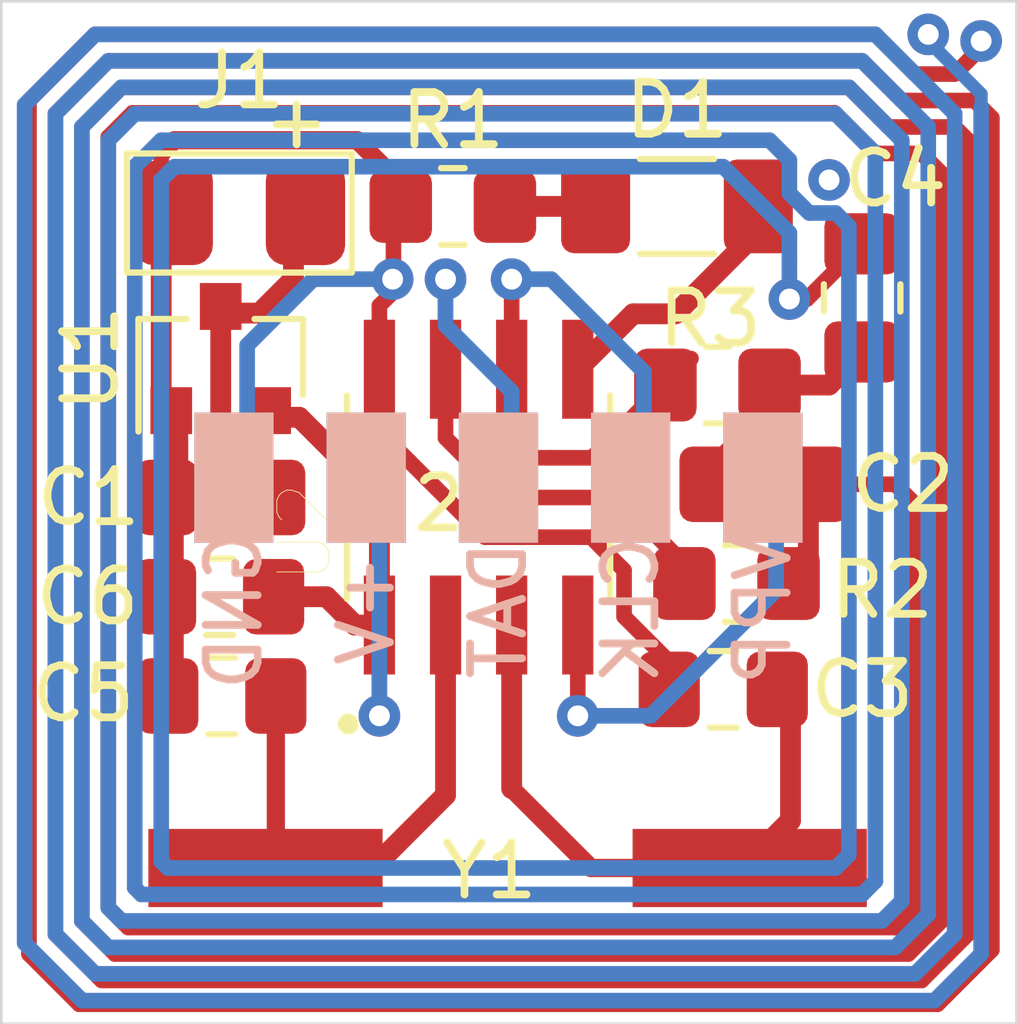
<source format=kicad_pcb>
(kicad_pcb (version 20171130) (host pcbnew "(5.1.7)-1")

  (general
    (thickness 1.6)
    (drawings 12)
    (tracks 288)
    (zones 0)
    (modules 15)
    (nets 13)
  )

  (page A4)
  (layers
    (0 F.Cu signal)
    (1 In1.Cu signal)
    (2 In2.Cu signal)
    (31 B.Cu signal)
    (32 B.Adhes user)
    (33 F.Adhes user)
    (34 B.Paste user)
    (35 F.Paste user)
    (36 B.SilkS user)
    (37 F.SilkS user)
    (38 B.Mask user)
    (39 F.Mask user hide)
    (40 Dwgs.User user hide)
    (41 Cmts.User user hide)
    (42 Eco1.User user hide)
    (43 Eco2.User user hide)
    (44 Edge.Cuts user)
    (45 Margin user hide)
    (46 B.CrtYd user)
    (47 F.CrtYd user)
    (48 B.Fab user)
    (49 F.Fab user hide)
  )

  (setup
    (last_trace_width 0.25)
    (user_trace_width 0.3)
    (user_trace_width 0.35)
    (user_trace_width 0.4)
    (user_trace_width 0.5)
    (user_trace_width 0.6)
    (user_trace_width 0.7)
    (trace_clearance 0.2)
    (zone_clearance 0.508)
    (zone_45_only no)
    (trace_min 0.127)
    (via_size 0.8)
    (via_drill 0.4)
    (via_min_size 0.4)
    (via_min_drill 0.3)
    (user_via 1.5 0.6)
    (uvia_size 0.3)
    (uvia_drill 0.1)
    (uvias_allowed no)
    (uvia_min_size 0.2)
    (uvia_min_drill 0.1)
    (edge_width 0.05)
    (segment_width 0.2)
    (pcb_text_width 0.3)
    (pcb_text_size 1.5 1.5)
    (mod_edge_width 0.12)
    (mod_text_size 1 1)
    (mod_text_width 0.15)
    (pad_size 4.5 1.5)
    (pad_drill 0)
    (pad_to_mask_clearance 0)
    (aux_axis_origin 0 0)
    (visible_elements 7FFFFFFF)
    (pcbplotparams
      (layerselection 0x010fc_ffffffff)
      (usegerberextensions false)
      (usegerberattributes true)
      (usegerberadvancedattributes true)
      (creategerberjobfile true)
      (excludeedgelayer true)
      (linewidth 0.100000)
      (plotframeref false)
      (viasonmask false)
      (mode 1)
      (useauxorigin false)
      (hpglpennumber 1)
      (hpglpenspeed 20)
      (hpglpendiameter 15.000000)
      (psnegative false)
      (psa4output false)
      (plotreference true)
      (plotvalue true)
      (plotinvisibletext false)
      (padsonsilk false)
      (subtractmaskfromsilk false)
      (outputformat 1)
      (mirror false)
      (drillshape 1)
      (scaleselection 1)
      (outputdirectory ""))
  )

  (net 0 "")
  (net 1 +9V)
  (net 2 GND)
  (net 3 "Net-(C2-Pad2)")
  (net 4 "Net-(C3-Pad1)")
  (net 5 "Net-(C5-Pad1)")
  (net 6 +5V)
  (net 7 "Net-(D1-Pad1)")
  (net 8 "Net-(D1-Pad2)")
  (net 9 /loop)
  (net 10 /ICSPDAT)
  (net 11 /ICSPCLK)
  (net 12 /VPP)

  (net_class Default "This is the default net class."
    (clearance 0.2)
    (trace_width 0.25)
    (via_dia 0.8)
    (via_drill 0.4)
    (uvia_dia 0.3)
    (uvia_drill 0.1)
    (add_net +5V)
    (add_net +9V)
    (add_net /ICSPCLK)
    (add_net /ICSPDAT)
    (add_net /VPP)
    (add_net /loop)
    (add_net GND)
    (add_net "Net-(C2-Pad2)")
    (add_net "Net-(C3-Pad1)")
    (add_net "Net-(C5-Pad1)")
    (add_net "Net-(D1-Pad1)")
    (add_net "Net-(D1-Pad2)")
  )

  (module Capacitor_SMD:C_0805_2012Metric_Pad1.18x1.45mm_HandSolder (layer F.Cu) (tedit 5F68FEEF) (tstamp 601F7F21)
    (at 120.142 114.935 180)
    (descr "Capacitor SMD 0805 (2012 Metric), square (rectangular) end terminal, IPC_7351 nominal with elongated pad for handsoldering. (Body size source: IPC-SM-782 page 76, https://www.pcb-3d.com/wordpress/wp-content/uploads/ipc-sm-782a_amendment_1_and_2.pdf, https://docs.google.com/spreadsheets/d/1BsfQQcO9C6DZCsRaXUlFlo91Tg2WpOkGARC1WS5S8t0/edit?usp=sharing), generated with kicad-footprint-generator")
    (tags "capacitor handsolder")
    (path /5FAC59DC)
    (attr smd)
    (fp_text reference C1 (at 2.54 0) (layer F.SilkS)
      (effects (font (size 1 1) (thickness 0.15)))
    )
    (fp_text value 10u (at 0 1.68) (layer F.Fab)
      (effects (font (size 1 1) (thickness 0.15)))
    )
    (fp_line (start -1 0.625) (end -1 -0.625) (layer F.Fab) (width 0.1))
    (fp_line (start -1 -0.625) (end 1 -0.625) (layer F.Fab) (width 0.1))
    (fp_line (start 1 -0.625) (end 1 0.625) (layer F.Fab) (width 0.1))
    (fp_line (start 1 0.625) (end -1 0.625) (layer F.Fab) (width 0.1))
    (fp_line (start -0.261252 -0.735) (end 0.261252 -0.735) (layer F.SilkS) (width 0.12))
    (fp_line (start -0.261252 0.735) (end 0.261252 0.735) (layer F.SilkS) (width 0.12))
    (fp_line (start -1.88 0.98) (end -1.88 -0.98) (layer F.CrtYd) (width 0.05))
    (fp_line (start -1.88 -0.98) (end 1.88 -0.98) (layer F.CrtYd) (width 0.05))
    (fp_line (start 1.88 -0.98) (end 1.88 0.98) (layer F.CrtYd) (width 0.05))
    (fp_line (start 1.88 0.98) (end -1.88 0.98) (layer F.CrtYd) (width 0.05))
    (fp_text user %R (at 0 0) (layer F.Fab)
      (effects (font (size 0.5 0.5) (thickness 0.08)))
    )
    (pad 2 smd roundrect (at 1.0375 0 180) (size 1.175 1.45) (layers F.Cu F.Paste F.Mask) (roundrect_rratio 0.212766)
      (net 2 GND))
    (pad 1 smd roundrect (at -1.0375 0 180) (size 1.175 1.45) (layers F.Cu F.Paste F.Mask) (roundrect_rratio 0.212766)
      (net 1 +9V))
    (model ${KISYS3DMOD}/Capacitor_SMD.3dshapes/C_0805_2012Metric.wrl
      (at (xyz 0 0 0))
      (scale (xyz 1 1 1))
      (rotate (xyz 0 0 0))
    )
  )

  (module Capacitor_SMD:C_0805_2012Metric_Pad1.18x1.45mm_HandSolder (layer F.Cu) (tedit 5F68FEEF) (tstamp 601F7EF1)
    (at 130.5775 114.681)
    (descr "Capacitor SMD 0805 (2012 Metric), square (rectangular) end terminal, IPC_7351 nominal with elongated pad for handsoldering. (Body size source: IPC-SM-782 page 76, https://www.pcb-3d.com/wordpress/wp-content/uploads/ipc-sm-782a_amendment_1_and_2.pdf, https://docs.google.com/spreadsheets/d/1BsfQQcO9C6DZCsRaXUlFlo91Tg2WpOkGARC1WS5S8t0/edit?usp=sharing), generated with kicad-footprint-generator")
    (tags "capacitor handsolder")
    (path /5FAD86F9)
    (attr smd)
    (fp_text reference C2 (at 2.667 0) (layer F.SilkS)
      (effects (font (size 1 1) (thickness 0.15)))
    )
    (fp_text value 47p (at 0 1.68) (layer F.Fab)
      (effects (font (size 1 1) (thickness 0.15)))
    )
    (fp_line (start -1 0.625) (end -1 -0.625) (layer F.Fab) (width 0.1))
    (fp_line (start -1 -0.625) (end 1 -0.625) (layer F.Fab) (width 0.1))
    (fp_line (start 1 -0.625) (end 1 0.625) (layer F.Fab) (width 0.1))
    (fp_line (start 1 0.625) (end -1 0.625) (layer F.Fab) (width 0.1))
    (fp_line (start -0.261252 -0.735) (end 0.261252 -0.735) (layer F.SilkS) (width 0.12))
    (fp_line (start -0.261252 0.735) (end 0.261252 0.735) (layer F.SilkS) (width 0.12))
    (fp_line (start -1.88 0.98) (end -1.88 -0.98) (layer F.CrtYd) (width 0.05))
    (fp_line (start -1.88 -0.98) (end 1.88 -0.98) (layer F.CrtYd) (width 0.05))
    (fp_line (start 1.88 -0.98) (end 1.88 0.98) (layer F.CrtYd) (width 0.05))
    (fp_line (start 1.88 0.98) (end -1.88 0.98) (layer F.CrtYd) (width 0.05))
    (fp_text user %R (at 0 0) (layer F.Fab)
      (effects (font (size 0.5 0.5) (thickness 0.08)))
    )
    (pad 2 smd roundrect (at 1.0375 0) (size 1.175 1.45) (layers F.Cu F.Paste F.Mask) (roundrect_rratio 0.212766)
      (net 3 "Net-(C2-Pad2)"))
    (pad 1 smd roundrect (at -1.0375 0) (size 1.175 1.45) (layers F.Cu F.Paste F.Mask) (roundrect_rratio 0.212766)
      (net 9 /loop))
    (model ${KISYS3DMOD}/Capacitor_SMD.3dshapes/C_0805_2012Metric.wrl
      (at (xyz 0 0 0))
      (scale (xyz 1 1 1))
      (rotate (xyz 0 0 0))
    )
  )

  (module Capacitor_SMD:C_0805_2012Metric_Pad1.18x1.45mm_HandSolder (layer F.Cu) (tedit 5F68FEEF) (tstamp 601F7E22)
    (at 129.794 118.618 180)
    (descr "Capacitor SMD 0805 (2012 Metric), square (rectangular) end terminal, IPC_7351 nominal with elongated pad for handsoldering. (Body size source: IPC-SM-782 page 76, https://www.pcb-3d.com/wordpress/wp-content/uploads/ipc-sm-782a_amendment_1_and_2.pdf, https://docs.google.com/spreadsheets/d/1BsfQQcO9C6DZCsRaXUlFlo91Tg2WpOkGARC1WS5S8t0/edit?usp=sharing), generated with kicad-footprint-generator")
    (tags "capacitor handsolder")
    (path /5FAC67CA)
    (attr smd)
    (fp_text reference C3 (at -2.667 0) (layer F.SilkS)
      (effects (font (size 1 1) (thickness 0.15)))
    )
    (fp_text value 20pF (at 0 1.68) (layer F.Fab)
      (effects (font (size 1 1) (thickness 0.15)))
    )
    (fp_line (start -1 0.625) (end -1 -0.625) (layer F.Fab) (width 0.1))
    (fp_line (start -1 -0.625) (end 1 -0.625) (layer F.Fab) (width 0.1))
    (fp_line (start 1 -0.625) (end 1 0.625) (layer F.Fab) (width 0.1))
    (fp_line (start 1 0.625) (end -1 0.625) (layer F.Fab) (width 0.1))
    (fp_line (start -0.261252 -0.735) (end 0.261252 -0.735) (layer F.SilkS) (width 0.12))
    (fp_line (start -0.261252 0.735) (end 0.261252 0.735) (layer F.SilkS) (width 0.12))
    (fp_line (start -1.88 0.98) (end -1.88 -0.98) (layer F.CrtYd) (width 0.05))
    (fp_line (start -1.88 -0.98) (end 1.88 -0.98) (layer F.CrtYd) (width 0.05))
    (fp_line (start 1.88 -0.98) (end 1.88 0.98) (layer F.CrtYd) (width 0.05))
    (fp_line (start 1.88 0.98) (end -1.88 0.98) (layer F.CrtYd) (width 0.05))
    (fp_text user %R (at 0 0) (layer F.Fab)
      (effects (font (size 0.5 0.5) (thickness 0.08)))
    )
    (pad 2 smd roundrect (at 1.0375 0 180) (size 1.175 1.45) (layers F.Cu F.Paste F.Mask) (roundrect_rratio 0.212766)
      (net 2 GND))
    (pad 1 smd roundrect (at -1.0375 0 180) (size 1.175 1.45) (layers F.Cu F.Paste F.Mask) (roundrect_rratio 0.212766)
      (net 4 "Net-(C3-Pad1)"))
    (model ${KISYS3DMOD}/Capacitor_SMD.3dshapes/C_0805_2012Metric.wrl
      (at (xyz 0 0 0))
      (scale (xyz 1 1 1))
      (rotate (xyz 0 0 0))
    )
  )

  (module Capacitor_SMD:C_0805_2012Metric_Pad1.18x1.45mm_HandSolder (layer F.Cu) (tedit 5F68FEEF) (tstamp 601F7DF2)
    (at 132.461 111.1035 90)
    (descr "Capacitor SMD 0805 (2012 Metric), square (rectangular) end terminal, IPC_7351 nominal with elongated pad for handsoldering. (Body size source: IPC-SM-782 page 76, https://www.pcb-3d.com/wordpress/wp-content/uploads/ipc-sm-782a_amendment_1_and_2.pdf, https://docs.google.com/spreadsheets/d/1BsfQQcO9C6DZCsRaXUlFlo91Tg2WpOkGARC1WS5S8t0/edit?usp=sharing), generated with kicad-footprint-generator")
    (tags "capacitor handsolder")
    (path /5FAD72B3)
    (attr smd)
    (fp_text reference C4 (at 2.286 0.635 180) (layer F.SilkS)
      (effects (font (size 1 1) (thickness 0.15)))
    )
    (fp_text value 68p (at 0 1.68 90) (layer F.Fab)
      (effects (font (size 1 1) (thickness 0.15)))
    )
    (fp_line (start -1 0.625) (end -1 -0.625) (layer F.Fab) (width 0.1))
    (fp_line (start -1 -0.625) (end 1 -0.625) (layer F.Fab) (width 0.1))
    (fp_line (start 1 -0.625) (end 1 0.625) (layer F.Fab) (width 0.1))
    (fp_line (start 1 0.625) (end -1 0.625) (layer F.Fab) (width 0.1))
    (fp_line (start -0.261252 -0.735) (end 0.261252 -0.735) (layer F.SilkS) (width 0.12))
    (fp_line (start -0.261252 0.735) (end 0.261252 0.735) (layer F.SilkS) (width 0.12))
    (fp_line (start -1.88 0.98) (end -1.88 -0.98) (layer F.CrtYd) (width 0.05))
    (fp_line (start -1.88 -0.98) (end 1.88 -0.98) (layer F.CrtYd) (width 0.05))
    (fp_line (start 1.88 -0.98) (end 1.88 0.98) (layer F.CrtYd) (width 0.05))
    (fp_line (start 1.88 0.98) (end -1.88 0.98) (layer F.CrtYd) (width 0.05))
    (fp_text user %R (at 0 0 90) (layer F.Fab)
      (effects (font (size 0.5 0.5) (thickness 0.08)))
    )
    (pad 2 smd roundrect (at 1.0375 0 90) (size 1.175 1.45) (layers F.Cu F.Paste F.Mask) (roundrect_rratio 0.212766)
      (net 3 "Net-(C2-Pad2)"))
    (pad 1 smd roundrect (at -1.0375 0 90) (size 1.175 1.45) (layers F.Cu F.Paste F.Mask) (roundrect_rratio 0.212766)
      (net 9 /loop))
    (model ${KISYS3DMOD}/Capacitor_SMD.3dshapes/C_0805_2012Metric.wrl
      (at (xyz 0 0 0))
      (scale (xyz 1 1 1))
      (rotate (xyz 0 0 0))
    )
  )

  (module Capacitor_SMD:C_0805_2012Metric_Pad1.18x1.45mm_HandSolder (layer F.Cu) (tedit 5F68FEEF) (tstamp 601F7DC2)
    (at 120.1635 118.745 180)
    (descr "Capacitor SMD 0805 (2012 Metric), square (rectangular) end terminal, IPC_7351 nominal with elongated pad for handsoldering. (Body size source: IPC-SM-782 page 76, https://www.pcb-3d.com/wordpress/wp-content/uploads/ipc-sm-782a_amendment_1_and_2.pdf, https://docs.google.com/spreadsheets/d/1BsfQQcO9C6DZCsRaXUlFlo91Tg2WpOkGARC1WS5S8t0/edit?usp=sharing), generated with kicad-footprint-generator")
    (tags "capacitor handsolder")
    (path /5FAC7C77)
    (attr smd)
    (fp_text reference C5 (at 2.6635 0.045) (layer F.SilkS)
      (effects (font (size 1 1) (thickness 0.15)))
    )
    (fp_text value 20pF (at 0 1.68) (layer F.Fab)
      (effects (font (size 1 1) (thickness 0.15)))
    )
    (fp_line (start -1 0.625) (end -1 -0.625) (layer F.Fab) (width 0.1))
    (fp_line (start -1 -0.625) (end 1 -0.625) (layer F.Fab) (width 0.1))
    (fp_line (start 1 -0.625) (end 1 0.625) (layer F.Fab) (width 0.1))
    (fp_line (start 1 0.625) (end -1 0.625) (layer F.Fab) (width 0.1))
    (fp_line (start -0.261252 -0.735) (end 0.261252 -0.735) (layer F.SilkS) (width 0.12))
    (fp_line (start -0.261252 0.735) (end 0.261252 0.735) (layer F.SilkS) (width 0.12))
    (fp_line (start -1.88 0.98) (end -1.88 -0.98) (layer F.CrtYd) (width 0.05))
    (fp_line (start -1.88 -0.98) (end 1.88 -0.98) (layer F.CrtYd) (width 0.05))
    (fp_line (start 1.88 -0.98) (end 1.88 0.98) (layer F.CrtYd) (width 0.05))
    (fp_line (start 1.88 0.98) (end -1.88 0.98) (layer F.CrtYd) (width 0.05))
    (fp_text user %R (at 0 0) (layer F.Fab)
      (effects (font (size 0.5 0.5) (thickness 0.08)))
    )
    (pad 2 smd roundrect (at 1.0375 0 180) (size 1.175 1.45) (layers F.Cu F.Paste F.Mask) (roundrect_rratio 0.212766)
      (net 2 GND))
    (pad 1 smd roundrect (at -1.0375 0 180) (size 1.175 1.45) (layers F.Cu F.Paste F.Mask) (roundrect_rratio 0.212766)
      (net 5 "Net-(C5-Pad1)"))
    (model ${KISYS3DMOD}/Capacitor_SMD.3dshapes/C_0805_2012Metric.wrl
      (at (xyz 0 0 0))
      (scale (xyz 1 1 1))
      (rotate (xyz 0 0 0))
    )
  )

  (module Capacitor_SMD:C_0805_2012Metric_Pad1.18x1.45mm_HandSolder (layer F.Cu) (tedit 5F68FEEF) (tstamp 601F7D92)
    (at 120.1205 116.84 180)
    (descr "Capacitor SMD 0805 (2012 Metric), square (rectangular) end terminal, IPC_7351 nominal with elongated pad for handsoldering. (Body size source: IPC-SM-782 page 76, https://www.pcb-3d.com/wordpress/wp-content/uploads/ipc-sm-782a_amendment_1_and_2.pdf, https://docs.google.com/spreadsheets/d/1BsfQQcO9C6DZCsRaXUlFlo91Tg2WpOkGARC1WS5S8t0/edit?usp=sharing), generated with kicad-footprint-generator")
    (tags "capacitor handsolder")
    (path /5FAC61FB)
    (attr smd)
    (fp_text reference C6 (at 2.54 0) (layer F.SilkS)
      (effects (font (size 1 1) (thickness 0.15)))
    )
    (fp_text value 10u (at 0 1.68) (layer F.Fab)
      (effects (font (size 1 1) (thickness 0.15)))
    )
    (fp_line (start -1 0.625) (end -1 -0.625) (layer F.Fab) (width 0.1))
    (fp_line (start -1 -0.625) (end 1 -0.625) (layer F.Fab) (width 0.1))
    (fp_line (start 1 -0.625) (end 1 0.625) (layer F.Fab) (width 0.1))
    (fp_line (start 1 0.625) (end -1 0.625) (layer F.Fab) (width 0.1))
    (fp_line (start -0.261252 -0.735) (end 0.261252 -0.735) (layer F.SilkS) (width 0.12))
    (fp_line (start -0.261252 0.735) (end 0.261252 0.735) (layer F.SilkS) (width 0.12))
    (fp_line (start -1.88 0.98) (end -1.88 -0.98) (layer F.CrtYd) (width 0.05))
    (fp_line (start -1.88 -0.98) (end 1.88 -0.98) (layer F.CrtYd) (width 0.05))
    (fp_line (start 1.88 -0.98) (end 1.88 0.98) (layer F.CrtYd) (width 0.05))
    (fp_line (start 1.88 0.98) (end -1.88 0.98) (layer F.CrtYd) (width 0.05))
    (fp_text user %R (at 0 0) (layer F.Fab)
      (effects (font (size 0.5 0.5) (thickness 0.08)))
    )
    (pad 2 smd roundrect (at 1.0375 0 180) (size 1.175 1.45) (layers F.Cu F.Paste F.Mask) (roundrect_rratio 0.212766)
      (net 2 GND))
    (pad 1 smd roundrect (at -1.0375 0 180) (size 1.175 1.45) (layers F.Cu F.Paste F.Mask) (roundrect_rratio 0.212766)
      (net 6 +5V))
    (model ${KISYS3DMOD}/Capacitor_SMD.3dshapes/C_0805_2012Metric.wrl
      (at (xyz 0 0 0))
      (scale (xyz 1 1 1))
      (rotate (xyz 0 0 0))
    )
  )

  (module Capacitor_SMD:C_1206_3216Metric_Pad1.33x1.80mm_HandSolder (layer F.Cu) (tedit 5F68FEEF) (tstamp 601F7EC1)
    (at 128.905 109.347)
    (descr "Capacitor SMD 1206 (3216 Metric), square (rectangular) end terminal, IPC_7351 nominal with elongated pad for handsoldering. (Body size source: IPC-SM-782 page 76, https://www.pcb-3d.com/wordpress/wp-content/uploads/ipc-sm-782a_amendment_1_and_2.pdf), generated with kicad-footprint-generator")
    (tags "capacitor handsolder")
    (path /5FAD4662)
    (attr smd)
    (fp_text reference D1 (at 0 -1.85) (layer F.SilkS)
      (effects (font (size 1 1) (thickness 0.15)))
    )
    (fp_text value LED (at 0 1.85) (layer F.Fab)
      (effects (font (size 1 1) (thickness 0.15)))
    )
    (fp_line (start -1.6 0.8) (end -1.6 -0.8) (layer F.Fab) (width 0.1))
    (fp_line (start -1.6 -0.8) (end 1.6 -0.8) (layer F.Fab) (width 0.1))
    (fp_line (start 1.6 -0.8) (end 1.6 0.8) (layer F.Fab) (width 0.1))
    (fp_line (start 1.6 0.8) (end -1.6 0.8) (layer F.Fab) (width 0.1))
    (fp_line (start -0.711252 -0.91) (end 0.711252 -0.91) (layer F.SilkS) (width 0.12))
    (fp_line (start -0.711252 0.91) (end 0.711252 0.91) (layer F.SilkS) (width 0.12))
    (fp_line (start -2.48 1.15) (end -2.48 -1.15) (layer F.CrtYd) (width 0.05))
    (fp_line (start -2.48 -1.15) (end 2.48 -1.15) (layer F.CrtYd) (width 0.05))
    (fp_line (start 2.48 -1.15) (end 2.48 1.15) (layer F.CrtYd) (width 0.05))
    (fp_line (start 2.48 1.15) (end -2.48 1.15) (layer F.CrtYd) (width 0.05))
    (fp_text user %R (at 0 0) (layer F.Fab)
      (effects (font (size 0.8 0.8) (thickness 0.12)))
    )
    (pad 2 smd roundrect (at 1.5625 0) (size 1.325 1.8) (layers F.Cu F.Paste F.Mask) (roundrect_rratio 0.188679)
      (net 8 "Net-(D1-Pad2)"))
    (pad 1 smd roundrect (at -1.5625 0) (size 1.325 1.8) (layers F.Cu F.Paste F.Mask) (roundrect_rratio 0.188679)
      (net 7 "Net-(D1-Pad1)"))
    (model ${KISYS3DMOD}/Capacitor_SMD.3dshapes/C_1206_3216Metric.wrl
      (at (xyz 0 0 0))
      (scale (xyz 1 1 1))
      (rotate (xyz 0 0 0))
    )
  )

  (module Resistor_SMD:R_0805_2012Metric_Pad1.20x1.40mm_HandSolder (layer F.Cu) (tedit 5F68FEEE) (tstamp 601F7E82)
    (at 124.6 109.347)
    (descr "Resistor SMD 0805 (2012 Metric), square (rectangular) end terminal, IPC_7351 nominal with elongated pad for handsoldering. (Body size source: IPC-SM-782 page 72, https://www.pcb-3d.com/wordpress/wp-content/uploads/ipc-sm-782a_amendment_1_and_2.pdf), generated with kicad-footprint-generator")
    (tags "resistor handsolder")
    (path /5FAD099A)
    (attr smd)
    (fp_text reference R1 (at 0 -1.65) (layer F.SilkS)
      (effects (font (size 1 1) (thickness 0.15)))
    )
    (fp_text value 1K5 (at 0 1.65) (layer F.Fab)
      (effects (font (size 1 1) (thickness 0.15)))
    )
    (fp_line (start -1 0.625) (end -1 -0.625) (layer F.Fab) (width 0.1))
    (fp_line (start -1 -0.625) (end 1 -0.625) (layer F.Fab) (width 0.1))
    (fp_line (start 1 -0.625) (end 1 0.625) (layer F.Fab) (width 0.1))
    (fp_line (start 1 0.625) (end -1 0.625) (layer F.Fab) (width 0.1))
    (fp_line (start -0.227064 -0.735) (end 0.227064 -0.735) (layer F.SilkS) (width 0.12))
    (fp_line (start -0.227064 0.735) (end 0.227064 0.735) (layer F.SilkS) (width 0.12))
    (fp_line (start -1.85 0.95) (end -1.85 -0.95) (layer F.CrtYd) (width 0.05))
    (fp_line (start -1.85 -0.95) (end 1.85 -0.95) (layer F.CrtYd) (width 0.05))
    (fp_line (start 1.85 -0.95) (end 1.85 0.95) (layer F.CrtYd) (width 0.05))
    (fp_line (start 1.85 0.95) (end -1.85 0.95) (layer F.CrtYd) (width 0.05))
    (fp_text user %R (at 0 0) (layer F.Fab)
      (effects (font (size 0.5 0.5) (thickness 0.08)))
    )
    (pad 2 smd roundrect (at 1 0) (size 1.2 1.4) (layers F.Cu F.Paste F.Mask) (roundrect_rratio 0.208333)
      (net 7 "Net-(D1-Pad1)"))
    (pad 1 smd roundrect (at -1 0) (size 1.2 1.4) (layers F.Cu F.Paste F.Mask) (roundrect_rratio 0.208333)
      (net 2 GND))
    (model ${KISYS3DMOD}/Resistor_SMD.3dshapes/R_0805_2012Metric.wrl
      (at (xyz 0 0 0))
      (scale (xyz 1 1 1))
      (rotate (xyz 0 0 0))
    )
  )

  (module Resistor_SMD:R_0805_2012Metric_Pad1.20x1.40mm_HandSolder (layer F.Cu) (tedit 5F68FEEE) (tstamp 608838E5)
    (at 130.048 116.586 180)
    (descr "Resistor SMD 0805 (2012 Metric), square (rectangular) end terminal, IPC_7351 nominal with elongated pad for handsoldering. (Body size source: IPC-SM-782 page 72, https://www.pcb-3d.com/wordpress/wp-content/uploads/ipc-sm-782a_amendment_1_and_2.pdf), generated with kicad-footprint-generator")
    (tags "resistor handsolder")
    (path /5FACFF95)
    (attr smd)
    (fp_text reference R2 (at -2.794 -0.127) (layer F.SilkS)
      (effects (font (size 1 1) (thickness 0.15)))
    )
    (fp_text value 100R (at 0 1.65) (layer F.Fab)
      (effects (font (size 1 1) (thickness 0.15)))
    )
    (fp_line (start -1 0.625) (end -1 -0.625) (layer F.Fab) (width 0.1))
    (fp_line (start -1 -0.625) (end 1 -0.625) (layer F.Fab) (width 0.1))
    (fp_line (start 1 -0.625) (end 1 0.625) (layer F.Fab) (width 0.1))
    (fp_line (start 1 0.625) (end -1 0.625) (layer F.Fab) (width 0.1))
    (fp_line (start -0.227064 -0.735) (end 0.227064 -0.735) (layer F.SilkS) (width 0.12))
    (fp_line (start -0.227064 0.735) (end 0.227064 0.735) (layer F.SilkS) (width 0.12))
    (fp_line (start -1.85 0.95) (end -1.85 -0.95) (layer F.CrtYd) (width 0.05))
    (fp_line (start -1.85 -0.95) (end 1.85 -0.95) (layer F.CrtYd) (width 0.05))
    (fp_line (start 1.85 -0.95) (end 1.85 0.95) (layer F.CrtYd) (width 0.05))
    (fp_line (start 1.85 0.95) (end -1.85 0.95) (layer F.CrtYd) (width 0.05))
    (fp_text user %R (at 0 0) (layer F.Fab)
      (effects (font (size 0.5 0.5) (thickness 0.08)))
    )
    (pad 2 smd roundrect (at 1 0 180) (size 1.2 1.4) (layers F.Cu F.Paste F.Mask) (roundrect_rratio 0.208333)
      (net 10 /ICSPDAT))
    (pad 1 smd roundrect (at -1 0 180) (size 1.2 1.4) (layers F.Cu F.Paste F.Mask) (roundrect_rratio 0.208333)
      (net 3 "Net-(C2-Pad2)"))
    (model ${KISYS3DMOD}/Resistor_SMD.3dshapes/R_0805_2012Metric.wrl
      (at (xyz 0 0 0))
      (scale (xyz 1 1 1))
      (rotate (xyz 0 0 0))
    )
  )

  (module Resistor_SMD:R_0805_2012Metric_Pad1.20x1.40mm_HandSolder (layer F.Cu) (tedit 5F68FEEE) (tstamp 601F7CF0)
    (at 129.683 112.776 180)
    (descr "Resistor SMD 0805 (2012 Metric), square (rectangular) end terminal, IPC_7351 nominal with elongated pad for handsoldering. (Body size source: IPC-SM-782 page 72, https://www.pcb-3d.com/wordpress/wp-content/uploads/ipc-sm-782a_amendment_1_and_2.pdf), generated with kicad-footprint-generator")
    (tags "resistor handsolder")
    (path /5FACEF25)
    (attr smd)
    (fp_text reference R3 (at 0.143 1.27) (layer F.SilkS)
      (effects (font (size 1 1) (thickness 0.15)))
    )
    (fp_text value 100R (at 0 1.65) (layer F.Fab)
      (effects (font (size 1 1) (thickness 0.15)))
    )
    (fp_line (start -1 0.625) (end -1 -0.625) (layer F.Fab) (width 0.1))
    (fp_line (start -1 -0.625) (end 1 -0.625) (layer F.Fab) (width 0.1))
    (fp_line (start 1 -0.625) (end 1 0.625) (layer F.Fab) (width 0.1))
    (fp_line (start 1 0.625) (end -1 0.625) (layer F.Fab) (width 0.1))
    (fp_line (start -0.227064 -0.735) (end 0.227064 -0.735) (layer F.SilkS) (width 0.12))
    (fp_line (start -0.227064 0.735) (end 0.227064 0.735) (layer F.SilkS) (width 0.12))
    (fp_line (start -1.85 0.95) (end -1.85 -0.95) (layer F.CrtYd) (width 0.05))
    (fp_line (start -1.85 -0.95) (end 1.85 -0.95) (layer F.CrtYd) (width 0.05))
    (fp_line (start 1.85 -0.95) (end 1.85 0.95) (layer F.CrtYd) (width 0.05))
    (fp_line (start 1.85 0.95) (end -1.85 0.95) (layer F.CrtYd) (width 0.05))
    (fp_text user %R (at 0 0) (layer F.Fab)
      (effects (font (size 0.5 0.5) (thickness 0.08)))
    )
    (pad 2 smd roundrect (at 1 0 180) (size 1.2 1.4) (layers F.Cu F.Paste F.Mask) (roundrect_rratio 0.208333)
      (net 11 /ICSPCLK))
    (pad 1 smd roundrect (at -1 0 180) (size 1.2 1.4) (layers F.Cu F.Paste F.Mask) (roundrect_rratio 0.208333)
      (net 9 /loop))
    (model ${KISYS3DMOD}/Resistor_SMD.3dshapes/R_0805_2012Metric.wrl
      (at (xyz 0 0 0))
      (scale (xyz 1 1 1))
      (rotate (xyz 0 0 0))
    )
  )

  (module Package_TO_SOT_SMD:SOT-23 (layer F.Cu) (tedit 5A02FF57) (tstamp 6087D427)
    (at 120.142 112.268 90)
    (descr "SOT-23, Standard")
    (tags SOT-23)
    (path /6074D985)
    (attr smd)
    (fp_text reference U1 (at 0 -2.5 90) (layer F.SilkS)
      (effects (font (size 1 1) (thickness 0.15)))
    )
    (fp_text value MCP1703A-5002_SOT23 (at 0 2.5 90) (layer F.Fab)
      (effects (font (size 1 1) (thickness 0.15)))
    )
    (fp_line (start -0.7 -0.95) (end -0.7 1.5) (layer F.Fab) (width 0.1))
    (fp_line (start -0.15 -1.52) (end 0.7 -1.52) (layer F.Fab) (width 0.1))
    (fp_line (start -0.7 -0.95) (end -0.15 -1.52) (layer F.Fab) (width 0.1))
    (fp_line (start 0.7 -1.52) (end 0.7 1.52) (layer F.Fab) (width 0.1))
    (fp_line (start -0.7 1.52) (end 0.7 1.52) (layer F.Fab) (width 0.1))
    (fp_line (start 0.76 1.58) (end 0.76 0.65) (layer F.SilkS) (width 0.12))
    (fp_line (start 0.76 -1.58) (end 0.76 -0.65) (layer F.SilkS) (width 0.12))
    (fp_line (start -1.7 -1.75) (end 1.7 -1.75) (layer F.CrtYd) (width 0.05))
    (fp_line (start 1.7 -1.75) (end 1.7 1.75) (layer F.CrtYd) (width 0.05))
    (fp_line (start 1.7 1.75) (end -1.7 1.75) (layer F.CrtYd) (width 0.05))
    (fp_line (start -1.7 1.75) (end -1.7 -1.75) (layer F.CrtYd) (width 0.05))
    (fp_line (start 0.76 -1.58) (end -1.4 -1.58) (layer F.SilkS) (width 0.12))
    (fp_line (start 0.76 1.58) (end -0.7 1.58) (layer F.SilkS) (width 0.12))
    (fp_text user %R (at 0 0) (layer F.Fab)
      (effects (font (size 0.5 0.5) (thickness 0.075)))
    )
    (pad 3 smd rect (at 1 0 90) (size 0.9 0.8) (layers F.Cu F.Paste F.Mask)
      (net 1 +9V))
    (pad 2 smd rect (at -1 0.95 90) (size 0.9 0.8) (layers F.Cu F.Paste F.Mask)
      (net 6 +5V))
    (pad 1 smd rect (at -1 -0.95 90) (size 0.9 0.8) (layers F.Cu F.Paste F.Mask)
      (net 2 GND))
    (model ${KISYS3DMOD}/Package_TO_SOT_SMD.3dshapes/SOT-23.wrl
      (at (xyz 0 0 0))
      (scale (xyz 1 1 1))
      (rotate (xyz 0 0 0))
    )
  )

  (module AM_Custom:SOIC127P600X175-8N (layer F.Cu) (tedit 5F973C54) (tstamp 601FF964)
    (at 125.095 114.928001 90)
    (path /5FABF20A)
    (fp_text reference U2 (at -0.675 -3.337 90) (layer F.SilkS)
      (effects (font (size 1 1) (thickness 0.015)))
    )
    (fp_text value PIC16F18313T-I_SN (at -9.571999 -0.095 180) (layer F.Fab)
      (effects (font (size 1 1) (thickness 0.015)))
    )
    (fp_circle (center -4.355 -2.505) (end -4.255 -2.505) (layer F.SilkS) (width 0.2))
    (fp_circle (center -4.355 -2.505) (end -4.255 -2.505) (layer F.Fab) (width 0.2))
    (fp_line (start -1.95 -2.45) (end 1.95 -2.45) (layer F.Fab) (width 0.127))
    (fp_line (start -1.95 2.45) (end 1.95 2.45) (layer F.Fab) (width 0.127))
    (fp_line (start -1.95 -2.525) (end 1.95 -2.525) (layer F.SilkS) (width 0.127))
    (fp_line (start -1.95 2.525) (end 1.95 2.525) (layer F.SilkS) (width 0.127))
    (fp_line (start -1.95 -2.45) (end -1.95 2.45) (layer F.Fab) (width 0.127))
    (fp_line (start 1.95 -2.45) (end 1.95 2.45) (layer F.Fab) (width 0.127))
    (fp_line (start -3.655 -2.7) (end 3.655 -2.7) (layer F.CrtYd) (width 0.05))
    (fp_line (start -3.655 2.7) (end 3.655 2.7) (layer F.CrtYd) (width 0.05))
    (fp_line (start -3.655 -2.7) (end -3.655 2.7) (layer F.CrtYd) (width 0.05))
    (fp_line (start 3.655 -2.7) (end 3.655 2.7) (layer F.CrtYd) (width 0.05))
    (pad 1 smd rect (at -2.455 -1.905 90) (size 1.9 0.6) (layers F.Cu F.Paste F.Mask)
      (net 6 +5V))
    (pad 2 smd rect (at -2.455 -0.635 90) (size 1.9 0.6) (layers F.Cu F.Paste F.Mask)
      (net 5 "Net-(C5-Pad1)"))
    (pad 3 smd rect (at -2.455 0.635 90) (size 1.9 0.6) (layers F.Cu F.Paste F.Mask)
      (net 4 "Net-(C3-Pad1)"))
    (pad 4 smd rect (at -2.455 1.905 90) (size 1.9 0.6) (layers F.Cu F.Paste F.Mask)
      (net 12 /VPP))
    (pad 5 smd rect (at 2.455 1.905 90) (size 1.9 0.6) (layers F.Cu F.Paste F.Mask)
      (net 8 "Net-(D1-Pad2)"))
    (pad 6 smd rect (at 2.455 0.635 90) (size 1.9 0.6) (layers F.Cu F.Paste F.Mask)
      (net 11 /ICSPCLK))
    (pad 7 smd rect (at 2.455 -0.635 90) (size 1.9 0.6) (layers F.Cu F.Paste F.Mask)
      (net 10 /ICSPDAT))
    (pad 8 smd rect (at 2.455 -1.905 90) (size 1.9 0.6) (layers F.Cu F.Paste F.Mask)
      (net 2 GND))
  )

  (module AM_Custom:SMD_2pin_terminal (layer F.Cu) (tedit 6087C623) (tstamp 6087D88C)
    (at 120.5 109.474 180)
    (path /5FADFB60)
    (fp_text reference J1 (at 0 2.54) (layer F.SilkS)
      (effects (font (size 1 1) (thickness 0.15)))
    )
    (fp_text value Conn_01x02_Male (at 0 -2.54) (layer F.Fab)
      (effects (font (size 1 1) (thickness 0.15)))
    )
    (fp_line (start -2.159 -1.143) (end -2.159 1.143) (layer F.SilkS) (width 0.12))
    (fp_line (start 2.159 -1.143) (end -2.159 -1.143) (layer F.SilkS) (width 0.12))
    (fp_line (start 2.159 1.143) (end 2.159 -1.143) (layer F.SilkS) (width 0.12))
    (fp_line (start -2.159 1.143) (end 2.159 1.143) (layer F.SilkS) (width 0.12))
    (pad 1 smd roundrect (at -1.27 0 180) (size 1.524 2) (layers F.Cu F.Paste F.Mask) (roundrect_rratio 0.25)
      (net 1 +9V))
    (pad 2 smd roundrect (at 1.27 0 180) (size 1.524 2) (layers F.Cu F.Paste F.Mask) (roundrect_rratio 0.25)
      (net 2 GND))
  )

  (module AM_Custom:Crystal_small_SMD (layer F.Cu) (tedit 6087D707) (tstamp 6087D895)
    (at 125.652 122.047 180)
    (path /5FACACF2)
    (attr smd)
    (fp_text reference Y1 (at 0.352 -0.053) (layer F.SilkS)
      (effects (font (size 1 1) (thickness 0.15)))
    )
    (fp_text value Crystal (at 0.252 -0.153) (layer F.Fab)
      (effects (font (size 1 1) (thickness 0.15)))
    )
    (pad 1 smd rect (at -4.65 0 180) (size 4.5 1.5) (layers F.Cu F.Paste F.Mask)
      (net 4 "Net-(C3-Pad1)"))
    (pad 2 smd rect (at 4.65 0 180) (size 4.5 1.5) (layers F.Cu F.Paste F.Mask)
      (net 5 "Net-(C5-Pad1)"))
  )

  (module AM_Custom:SMD_header_5x1 (layer F.Cu) (tedit 60880512) (tstamp 60885197)
    (at 122.936 114.554)
    (path /60882D6B)
    (fp_text reference J2 (at 1.016 0.5) (layer F.SilkS)
      (effects (font (size 1 1) (thickness 0.15)))
    )
    (fp_text value Prog (at 0 -0.5) (layer F.Fab)
      (effects (font (size 1 1) (thickness 0.15)))
    )
    (fp_text user +V (at 0 2.54 90) (layer B.SilkS)
      (effects (font (size 1 1) (thickness 0.15)) (justify mirror))
    )
    (fp_text user GND (at -2.54 2.54 90) (layer B.SilkS)
      (effects (font (size 1 1) (thickness 0.15)) (justify mirror))
    )
    (fp_text user DAT (at 2.54 2.54 90) (layer B.SilkS)
      (effects (font (size 1 1) (thickness 0.15)) (justify mirror))
    )
    (fp_text user CLK (at 5.08 2.54 90) (layer B.SilkS)
      (effects (font (size 1 1) (thickness 0.15)) (justify mirror))
    )
    (fp_text user VPP (at 7.62 2.54 90) (layer B.SilkS)
      (effects (font (size 1 1) (thickness 0.15)) (justify mirror))
    )
    (pad 2 smd rect (at 0 0 90) (size 2.5 1.524) (layers B.Cu B.Paste B.SilkS B.Mask)
      (net 6 +5V))
    (pad 3 smd rect (at 2.54 0 90) (size 2.5 1.524) (layers B.Cu B.Paste B.SilkS B.Mask)
      (net 10 /ICSPDAT))
    (pad 4 smd rect (at 5.08 0 90) (size 2.5 1.524) (layers B.Cu B.Paste B.SilkS B.Mask)
      (net 11 /ICSPCLK))
    (pad 5 smd rect (at 7.62 0 90) (size 2.5 1.524) (layers B.Cu B.Paste B.SilkS B.Mask)
      (net 12 /VPP))
    (pad 1 smd rect (at -2.54 0 90) (size 2.5 1.524) (layers B.Cu B.Paste B.SilkS B.Mask)
      (net 2 GND))
  )

  (gr_text + (at 121.6 107.7) (layer F.SilkS)
    (effects (font (size 1 1) (thickness 0.15)))
  )
  (gr_line (start 125.349 122.174) (end 124.968 122.174) (layer Dwgs.User) (width 0.15))
  (gr_line (start 123.825 120.523) (end 125.349 122.174) (layer Dwgs.User) (width 0.15))
  (gr_line (start 123.825 122.047) (end 123.825 120.523) (layer Dwgs.User) (width 0.15))
  (gr_line (start 115.928 125.037) (end 135.428 125.037) (layer Edge.Cuts) (width 0.05))
  (gr_line (start 115.928 105.41) (end 115.928 125.037) (layer Edge.Cuts) (width 0.05))
  (gr_line (start 135.428 105.41) (end 115.928 105.41) (layer Edge.Cuts) (width 0.05))
  (gr_line (start 135.428 125.037) (end 135.428 105.41) (layer Edge.Cuts) (width 0.05))
  (gr_line (start 114.3 103.886) (end 114.3 127) (layer Dwgs.User) (width 0.15) (tstamp 601F59FF))
  (gr_line (start 137.414 103.886) (end 114.3 103.886) (layer Dwgs.User) (width 0.15))
  (gr_line (start 137.414 127) (end 137.414 103.886) (layer Dwgs.User) (width 0.15))
  (gr_line (start 114.3 127) (end 137.414 127) (layer Dwgs.User) (width 0.15))

  (segment (start 120.904 115.062) (end 121.031 115.062) (width 0.4) (layer F.Cu) (net 1))
  (segment (start 121.031 114.935) (end 121.3065 114.935) (width 0.4) (layer F.Cu) (net 1))
  (segment (start 120.142 111.522) (end 120.142 114.046) (width 0.4) (layer F.Cu) (net 1))
  (segment (start 120.269 111.395) (end 120.142 111.522) (width 0.4) (layer F.Cu) (net 1))
  (segment (start 120.888 111.395) (end 120.269 111.395) (width 0.4) (layer F.Cu) (net 1))
  (segment (start 121.539 110.744) (end 120.888 111.395) (width 0.4) (layer F.Cu) (net 1))
  (segment (start 120.142 114.046) (end 121.031 114.935) (width 0.4) (layer F.Cu) (net 1))
  (segment (start 121.539 108.966) (end 121.539 110.744) (width 0.4) (layer F.Cu) (net 1))
  (segment (start 119.319 113.395) (end 119.319 113.223) (width 0.4) (layer F.Cu) (net 2))
  (segment (start 118.999 112.903) (end 118.999 109.347) (width 0.4) (layer F.Cu) (net 2))
  (segment (start 119.319 113.223) (end 118.999 112.903) (width 0.4) (layer F.Cu) (net 2))
  (segment (start 119.319 114.9745) (end 119.2315 115.062) (width 0.4) (layer F.Cu) (net 2))
  (segment (start 119.319 113.395) (end 119.319 114.9745) (width 0.4) (layer F.Cu) (net 2))
  (segment (start 123.46 109.347) (end 123.46 110.982) (width 0.3) (layer F.Cu) (net 2))
  (segment (start 123.19 111.252) (end 123.19 112.473001) (width 0.3) (layer F.Cu) (net 2))
  (segment (start 123.46 110.982) (end 123.19 111.252) (width 0.3) (layer F.Cu) (net 2))
  (segment (start 118.999 108.331) (end 118.999 109.347) (width 0.3) (layer F.Cu) (net 2))
  (segment (start 119.2315 118.0885) (end 119.2315 116.84) (width 0.4) (layer F.Cu) (net 2))
  (segment (start 119.2315 116.84) (end 119.2315 114.935) (width 0.4) (layer F.Cu) (net 2))
  (segment (start 123.19 113.665) (end 123.19 112.473001) (width 0.3) (layer F.Cu) (net 2))
  (segment (start 125.222 115.697) (end 123.7615 114.2365) (width 0.3) (layer F.Cu) (net 2))
  (segment (start 127.254 115.697) (end 125.222 115.697) (width 0.3) (layer F.Cu) (net 2))
  (segment (start 127.889 116.332) (end 127.254 115.697) (width 0.3) (layer F.Cu) (net 2))
  (segment (start 127.889 117.221) (end 127.889 116.332) (width 0.3) (layer F.Cu) (net 2))
  (segment (start 128.905 118.237) (end 127.889 117.221) (width 0.3) (layer F.Cu) (net 2))
  (segment (start 129.0105 118.237) (end 128.905 118.237) (width 0.3) (layer F.Cu) (net 2))
  (segment (start 118.999 108.331) (end 119.253 108.077) (width 0.35) (layer F.Cu) (net 2))
  (segment (start 123.333 108.647) (end 123.333 109.347) (width 0.35) (layer F.Cu) (net 2))
  (segment (start 122.763 108.077) (end 123.333 108.647) (width 0.35) (layer F.Cu) (net 2))
  (segment (start 119.253 108.077) (end 122.763 108.077) (width 0.35) (layer F.Cu) (net 2))
  (segment (start 123.7615 114.2365) (end 123.19 113.665) (width 0.3) (layer F.Cu) (net 2) (tstamp 60884E8C))
  (via (at 123.444 110.744) (size 0.8) (drill 0.4) (layers F.Cu B.Cu) (net 2))
  (segment (start 123.444 110.744) (end 121.92 110.744) (width 0.3) (layer B.Cu) (net 2))
  (segment (start 120.65 112.014) (end 120.65 114.681) (width 0.3) (layer B.Cu) (net 2))
  (segment (start 121.92 110.744) (end 120.65 112.014) (width 0.3) (layer B.Cu) (net 2))
  (via (at 131.064 111.125) (size 0.8) (drill 0.4) (layers F.Cu B.Cu) (net 3))
  (via (at 133.731 106.045) (size 0.8) (drill 0.4) (layers F.Cu B.Cu) (net 3))
  (via (at 131.826 108.839) (size 0.8) (drill 0.4) (layers F.Cu B.Cu) (net 3))
  (segment (start 131.429 115.332) (end 131.429 116.205) (width 0.4) (layer F.Cu) (net 3))
  (via (at 134.747 106.172) (size 0.8) (drill 0.4) (layers F.Cu B.Cu) (net 3))
  (segment (start 134.75299 123.444) (end 134.75299 123.56501) (width 0.3) (layer In1.Cu) (net 3))
  (segment (start 133.87701 124.56799) (end 133.36901 124.56799) (width 0.3) (layer In1.Cu) (net 3))
  (segment (start 134.75299 123.69201) (end 133.87701 124.56799) (width 0.3) (layer In1.Cu) (net 3))
  (segment (start 134.75299 123.444) (end 134.75299 123.69201) (width 0.3) (layer In1.Cu) (net 3))
  (segment (start 133.62301 124.56799) (end 133.36901 124.56799) (width 0.3) (layer In1.Cu) (net 3))
  (segment (start 118.618 108.331) (end 131.191 108.331) (width 0.3) (layer In1.Cu) (net 3))
  (segment (start 118.491 108.458) (end 118.618 108.331) (width 0.3) (layer In1.Cu) (net 3))
  (segment (start 118.491 122.428) (end 118.491 108.458) (width 0.3) (layer In1.Cu) (net 3))
  (segment (start 118.618 122.555) (end 118.491 122.428) (width 0.3) (layer In1.Cu) (net 3))
  (segment (start 132.715 122.301) (end 132.461 122.555) (width 0.3) (layer In1.Cu) (net 3))
  (segment (start 132.715 108.712) (end 132.715 122.301) (width 0.3) (layer In1.Cu) (net 3))
  (segment (start 131.826 107.823) (end 132.715 108.712) (width 0.3) (layer In1.Cu) (net 3))
  (segment (start 117.729 106.807) (end 132.334 106.807) (width 0.3) (layer In1.Cu) (net 3))
  (segment (start 116.967 107.569) (end 117.729 106.807) (width 0.3) (layer In1.Cu) (net 3))
  (segment (start 116.967 123.317) (end 116.967 107.569) (width 0.3) (layer In1.Cu) (net 3))
  (segment (start 117.729 124.079) (end 116.967 123.317) (width 0.3) (layer In1.Cu) (net 3))
  (segment (start 117.50599 106.26801) (end 132.55701 106.26801) (width 0.3) (layer In1.Cu) (net 3))
  (segment (start 117.983 108.077) (end 118.237 107.823) (width 0.3) (layer In1.Cu) (net 3))
  (segment (start 134.239 123.317) (end 133.477 124.079) (width 0.3) (layer In1.Cu) (net 3))
  (segment (start 117.983 123.571) (end 117.475 123.063) (width 0.3) (layer In1.Cu) (net 3))
  (segment (start 133.477 124.079) (end 117.729 124.079) (width 0.3) (layer In1.Cu) (net 3))
  (segment (start 134.239 107.95) (end 134.239 123.317) (width 0.3) (layer In1.Cu) (net 3))
  (segment (start 132.55701 106.26801) (end 134.239 107.95) (width 0.3) (layer In1.Cu) (net 3))
  (segment (start 132.461 122.555) (end 118.618 122.555) (width 0.3) (layer In1.Cu) (net 3))
  (segment (start 116.459 107.315) (end 117.50599 106.26801) (width 0.3) (layer In1.Cu) (net 3))
  (segment (start 117.475 107.823) (end 117.983 107.315) (width 0.3) (layer In1.Cu) (net 3))
  (segment (start 133.36901 124.56799) (end 117.45599 124.56799) (width 0.3) (layer In1.Cu) (net 3))
  (segment (start 132.334 106.807) (end 133.731 108.204) (width 0.3) (layer In1.Cu) (net 3))
  (segment (start 133.731 108.204) (end 133.731 123.063) (width 0.3) (layer In1.Cu) (net 3))
  (segment (start 133.731 123.063) (end 133.223 123.571) (width 0.3) (layer In1.Cu) (net 3))
  (segment (start 133.223 123.571) (end 117.983 123.571) (width 0.3) (layer In1.Cu) (net 3))
  (segment (start 117.475 123.063) (end 117.475 107.823) (width 0.3) (layer In1.Cu) (net 3))
  (segment (start 117.983 107.315) (end 132.08 107.315) (width 0.3) (layer In1.Cu) (net 3))
  (segment (start 132.08 107.315) (end 133.223 108.458) (width 0.3) (layer In1.Cu) (net 3))
  (segment (start 117.45599 124.56799) (end 116.459 123.571) (width 0.3) (layer In1.Cu) (net 3))
  (segment (start 132.842 123.063) (end 118.237 123.063) (width 0.3) (layer In1.Cu) (net 3))
  (segment (start 133.223 108.458) (end 133.223 122.682) (width 0.3) (layer In1.Cu) (net 3))
  (segment (start 133.223 122.682) (end 132.842 123.063) (width 0.3) (layer In1.Cu) (net 3))
  (segment (start 118.237 123.063) (end 117.983 122.809) (width 0.3) (layer In1.Cu) (net 3))
  (segment (start 117.983 122.809) (end 117.983 108.077) (width 0.3) (layer In1.Cu) (net 3))
  (segment (start 116.459 123.571) (end 116.459 107.315) (width 0.3) (layer In1.Cu) (net 3))
  (segment (start 118.237 107.823) (end 131.826 107.823) (width 0.3) (layer In1.Cu) (net 3))
  (segment (start 131.191 108.331) (end 131.445 108.331) (width 0.3) (layer In1.Cu) (net 3))
  (segment (start 131.445 108.331) (end 131.826 108.712) (width 0.3) (layer In1.Cu) (net 3))
  (segment (start 131.064 110.374999) (end 131.064 111.125) (width 0.3) (layer B.Cu) (net 3))
  (segment (start 129.794 108.585) (end 131.064 109.855) (width 0.3) (layer B.Cu) (net 3))
  (segment (start 119.253 108.585) (end 129.794 108.585) (width 0.3) (layer B.Cu) (net 3))
  (segment (start 118.999 121.92) (end 118.999 108.839) (width 0.3) (layer B.Cu) (net 3))
  (segment (start 119.126 122.047) (end 118.999 121.92) (width 0.3) (layer B.Cu) (net 3))
  (segment (start 131.064 109.093) (end 131.445 109.474) (width 0.3) (layer B.Cu) (net 3))
  (segment (start 131.064 108.458) (end 131.064 109.093) (width 0.3) (layer B.Cu) (net 3))
  (segment (start 130.683 108.077) (end 131.064 108.458) (width 0.3) (layer B.Cu) (net 3))
  (segment (start 118.999 108.077) (end 130.683 108.077) (width 0.3) (layer B.Cu) (net 3))
  (segment (start 118.491 108.585) (end 118.999 108.077) (width 0.3) (layer B.Cu) (net 3))
  (segment (start 118.618 122.555) (end 118.491 122.428) (width 0.3) (layer B.Cu) (net 3))
  (segment (start 131.953 107.569) (end 132.715 108.331) (width 0.3) (layer B.Cu) (net 3))
  (segment (start 118.491 107.569) (end 131.953 107.569) (width 0.3) (layer B.Cu) (net 3))
  (segment (start 117.983 122.809) (end 117.983 108.077) (width 0.3) (layer B.Cu) (net 3))
  (segment (start 131.445 109.474) (end 131.953 109.474) (width 0.3) (layer B.Cu) (net 3))
  (segment (start 117.729 124.079) (end 116.967 123.317) (width 0.3) (layer B.Cu) (net 3))
  (segment (start 134.239 123.317) (end 133.477 124.079) (width 0.3) (layer B.Cu) (net 3))
  (segment (start 118.237 123.063) (end 117.983 122.809) (width 0.3) (layer B.Cu) (net 3))
  (segment (start 131.064 109.855) (end 131.064 110.374999) (width 0.3) (layer B.Cu) (net 3))
  (segment (start 133.477 124.079) (end 117.729 124.079) (width 0.3) (layer B.Cu) (net 3))
  (segment (start 117.729 106.045) (end 132.715 106.045) (width 0.3) (layer B.Cu) (net 3))
  (segment (start 118.491 122.428) (end 118.491 108.585) (width 0.3) (layer B.Cu) (net 3))
  (segment (start 134.239 107.569) (end 134.239 123.317) (width 0.3) (layer B.Cu) (net 3))
  (segment (start 132.207 121.793) (end 131.953 122.047) (width 0.3) (layer B.Cu) (net 3))
  (segment (start 117.48099 124.59299) (end 116.37601 123.48801) (width 0.3) (layer B.Cu) (net 3))
  (segment (start 118.999 108.839) (end 119.253 108.585) (width 0.3) (layer B.Cu) (net 3))
  (segment (start 132.715 106.045) (end 134.239 107.569) (width 0.3) (layer B.Cu) (net 3))
  (segment (start 132.715 108.331) (end 132.715 122.301) (width 0.3) (layer B.Cu) (net 3))
  (segment (start 116.37601 107.39799) (end 117.729 106.045) (width 0.3) (layer B.Cu) (net 3))
  (segment (start 116.37601 123.48801) (end 116.37601 107.39799) (width 0.3) (layer B.Cu) (net 3))
  (segment (start 132.842 123.063) (end 118.237 123.063) (width 0.3) (layer B.Cu) (net 3))
  (segment (start 131.953 122.047) (end 119.126 122.047) (width 0.3) (layer B.Cu) (net 3))
  (segment (start 133.85201 124.59299) (end 117.48099 124.59299) (width 0.3) (layer B.Cu) (net 3))
  (segment (start 132.461 122.555) (end 118.618 122.555) (width 0.3) (layer B.Cu) (net 3))
  (segment (start 134.747 123.698) (end 133.85201 124.59299) (width 0.3) (layer B.Cu) (net 3))
  (segment (start 117.983 108.077) (end 118.491 107.569) (width 0.3) (layer B.Cu) (net 3))
  (segment (start 117.475 123.063) (end 117.475 107.823) (width 0.3) (layer B.Cu) (net 3))
  (segment (start 133.223 122.682) (end 132.842 123.063) (width 0.3) (layer B.Cu) (net 3))
  (segment (start 116.967 123.317) (end 116.967 107.569) (width 0.3) (layer B.Cu) (net 3))
  (segment (start 131.953 109.474) (end 132.207 109.728) (width 0.3) (layer B.Cu) (net 3))
  (segment (start 116.967 107.569) (end 117.983 106.553) (width 0.3) (layer B.Cu) (net 3))
  (segment (start 132.461 106.553) (end 133.731 107.823) (width 0.3) (layer B.Cu) (net 3))
  (segment (start 117.983 106.553) (end 132.461 106.553) (width 0.3) (layer B.Cu) (net 3))
  (segment (start 132.715 122.301) (end 132.461 122.555) (width 0.3) (layer B.Cu) (net 3))
  (segment (start 133.731 122.936) (end 133.096 123.571) (width 0.3) (layer B.Cu) (net 3))
  (segment (start 133.731 107.823) (end 133.731 122.936) (width 0.3) (layer B.Cu) (net 3))
  (segment (start 117.983 123.571) (end 117.475 123.063) (width 0.3) (layer B.Cu) (net 3))
  (segment (start 132.207 109.728) (end 132.207 121.793) (width 0.3) (layer B.Cu) (net 3))
  (segment (start 117.475 107.823) (end 118.237 107.061) (width 0.3) (layer B.Cu) (net 3))
  (segment (start 118.237 107.061) (end 132.207 107.061) (width 0.3) (layer B.Cu) (net 3))
  (segment (start 132.207 107.061) (end 133.223 108.077) (width 0.3) (layer B.Cu) (net 3))
  (segment (start 133.096 123.571) (end 117.983 123.571) (width 0.3) (layer B.Cu) (net 3))
  (segment (start 133.223 108.077) (end 133.223 122.682) (width 0.3) (layer B.Cu) (net 3))
  (segment (start 131.402 111.125) (end 132.461 110.066) (width 0.3) (layer F.Cu) (net 3))
  (segment (start 131.064 111.125) (end 131.402 111.125) (width 0.3) (layer F.Cu) (net 3))
  (segment (start 134.75299 123.444) (end 134.75299 106.05099) (width 0.3) (layer In1.Cu) (net 3))
  (segment (start 134.747 107.188) (end 134.747 107.442) (width 0.25) (layer B.Cu) (net 3))
  (segment (start 133.604 106.045) (end 134.747 107.188) (width 0.25) (layer B.Cu) (net 3))
  (segment (start 134.747 107.442) (end 134.747 123.698) (width 0.3) (layer B.Cu) (net 3))
  (segment (start 134.239 106.807) (end 134.493 106.553) (width 0.3) (layer F.Cu) (net 3))
  (segment (start 133.477 106.807) (end 134.239 106.807) (width 0.3) (layer F.Cu) (net 3))
  (segment (start 132.715 106.045) (end 133.477 106.807) (width 0.3) (layer F.Cu) (net 3))
  (segment (start 117.729 106.045) (end 132.715 106.045) (width 0.3) (layer F.Cu) (net 3))
  (segment (start 116.459 107.315) (end 117.729 106.045) (width 0.3) (layer F.Cu) (net 3))
  (segment (start 116.459 123.698) (end 116.459 107.315) (width 0.3) (layer F.Cu) (net 3))
  (segment (start 134.493 106.553) (end 134.747 106.299) (width 0.3) (layer F.Cu) (net 3))
  (segment (start 133.91001 124.66199) (end 117.42299 124.66199) (width 0.3) (layer F.Cu) (net 3))
  (segment (start 134.95299 123.61901) (end 133.91001 124.66199) (width 0.3) (layer F.Cu) (net 3))
  (segment (start 134.95299 107.64799) (end 134.95299 123.61901) (width 0.3) (layer F.Cu) (net 3))
  (segment (start 134.62 107.315) (end 134.95299 107.64799) (width 0.3) (layer F.Cu) (net 3))
  (segment (start 133.223 107.315) (end 134.62 107.315) (width 0.3) (layer F.Cu) (net 3))
  (segment (start 132.461 106.553) (end 133.223 107.315) (width 0.3) (layer F.Cu) (net 3))
  (segment (start 132.715 108.331) (end 133.604 108.331) (width 0.3) (layer F.Cu) (net 3))
  (segment (start 117.475 107.823) (end 118.237 107.061) (width 0.3) (layer F.Cu) (net 3))
  (segment (start 131.93599 107.55199) (end 132.715 108.331) (width 0.3) (layer F.Cu) (net 3))
  (segment (start 118.364 123.19) (end 117.983 122.809) (width 0.3) (layer F.Cu) (net 3))
  (segment (start 132.969 107.823) (end 134.239 107.823) (width 0.3) (layer F.Cu) (net 3))
  (segment (start 117.983 122.809) (end 117.983 108.017) (width 0.3) (layer F.Cu) (net 3))
  (segment (start 118.44801 107.55199) (end 131.93599 107.55199) (width 0.3) (layer F.Cu) (net 3))
  (segment (start 117.983 108.017) (end 118.44801 107.55199) (width 0.3) (layer F.Cu) (net 3))
  (segment (start 133.604 108.331) (end 133.985 108.712) (width 0.3) (layer F.Cu) (net 3))
  (segment (start 131.615 114.681) (end 133.096 114.681) (width 0.3) (layer F.Cu) (net 3))
  (segment (start 133.477 122.809) (end 133.096 123.19) (width 0.3) (layer F.Cu) (net 3))
  (segment (start 133.096 123.19) (end 118.364 123.19) (width 0.3) (layer F.Cu) (net 3))
  (segment (start 133.477 115.062) (end 133.477 122.809) (width 0.3) (layer F.Cu) (net 3))
  (segment (start 133.096 114.681) (end 133.477 115.062) (width 0.3) (layer F.Cu) (net 3))
  (segment (start 117.475 123.063) (end 117.475 107.823) (width 0.3) (layer F.Cu) (net 3))
  (segment (start 133.985 108.712) (end 133.985 123.063) (width 0.3) (layer F.Cu) (net 3))
  (segment (start 133.985 123.063) (end 133.35 123.698) (width 0.3) (layer F.Cu) (net 3))
  (segment (start 133.35 123.698) (end 118.11 123.698) (width 0.3) (layer F.Cu) (net 3))
  (segment (start 118.11 123.698) (end 117.475 123.063) (width 0.3) (layer F.Cu) (net 3))
  (segment (start 118.237 107.061) (end 132.207 107.061) (width 0.3) (layer F.Cu) (net 3))
  (segment (start 132.207 107.061) (end 132.969 107.823) (width 0.3) (layer F.Cu) (net 3))
  (segment (start 134.239 107.823) (end 134.493 108.077) (width 0.3) (layer F.Cu) (net 3))
  (segment (start 116.967 107.569) (end 117.983 106.553) (width 0.3) (layer F.Cu) (net 3))
  (segment (start 134.493 108.077) (end 134.493 123.317) (width 0.3) (layer F.Cu) (net 3))
  (segment (start 134.493 123.317) (end 133.604 124.206) (width 0.3) (layer F.Cu) (net 3))
  (segment (start 117.856 124.206) (end 116.967 123.317) (width 0.3) (layer F.Cu) (net 3))
  (segment (start 117.42299 124.66199) (end 116.459 123.698) (width 0.3) (layer F.Cu) (net 3))
  (segment (start 133.604 124.206) (end 117.856 124.206) (width 0.3) (layer F.Cu) (net 3))
  (segment (start 116.967 123.317) (end 116.967 107.569) (width 0.3) (layer F.Cu) (net 3))
  (segment (start 117.983 106.553) (end 132.461 106.553) (width 0.3) (layer F.Cu) (net 3))
  (segment (start 132.334 108.839) (end 131.699 108.839) (width 0.3) (layer In2.Cu) (net 3))
  (segment (start 132.715 109.22) (end 132.334 108.839) (width 0.3) (layer In2.Cu) (net 3))
  (segment (start 132.715 122.428) (end 132.715 109.22) (width 0.3) (layer In2.Cu) (net 3))
  (segment (start 132.588 122.555) (end 132.715 122.428) (width 0.3) (layer In2.Cu) (net 3))
  (segment (start 118.618 122.555) (end 132.588 122.555) (width 0.3) (layer In2.Cu) (net 3))
  (segment (start 118.491 122.428) (end 118.618 122.555) (width 0.3) (layer In2.Cu) (net 3))
  (segment (start 118.872 108.077) (end 118.491 108.458) (width 0.3) (layer In2.Cu) (net 3))
  (segment (start 132.461 108.077) (end 118.872 108.077) (width 0.3) (layer In2.Cu) (net 3))
  (segment (start 133.223 108.839) (end 132.461 108.077) (width 0.3) (layer In2.Cu) (net 3))
  (segment (start 133.223 122.809) (end 133.223 108.839) (width 0.3) (layer In2.Cu) (net 3))
  (segment (start 117.856 106.045) (end 116.459 107.442) (width 0.3) (layer In2.Cu) (net 3))
  (segment (start 133.223 123.571) (end 133.731 123.063) (width 0.3) (layer In2.Cu) (net 3))
  (segment (start 116.967 107.696) (end 116.967 123.19) (width 0.3) (layer In2.Cu) (net 3))
  (segment (start 117.475 122.936) (end 118.11 123.571) (width 0.3) (layer In2.Cu) (net 3))
  (segment (start 134.747 108.077) (end 133.223 106.553) (width 0.3) (layer In2.Cu) (net 3))
  (segment (start 118.11 106.553) (end 116.967 107.696) (width 0.3) (layer In2.Cu) (net 3))
  (segment (start 134.747 123.698) (end 134.747 108.077) (width 0.3) (layer In2.Cu) (net 3))
  (segment (start 133.223 106.553) (end 118.11 106.553) (width 0.3) (layer In2.Cu) (net 3))
  (segment (start 133.85201 124.59299) (end 134.747 123.698) (width 0.3) (layer In2.Cu) (net 3))
  (segment (start 118.491 108.458) (end 118.491 122.428) (width 0.3) (layer In2.Cu) (net 3))
  (segment (start 116.459 123.444) (end 117.60799 124.59299) (width 0.3) (layer In2.Cu) (net 3))
  (segment (start 132.969 123.063) (end 133.223 122.809) (width 0.3) (layer In2.Cu) (net 3))
  (segment (start 117.60799 124.59299) (end 133.85201 124.59299) (width 0.3) (layer In2.Cu) (net 3))
  (segment (start 133.731 108.585) (end 132.715 107.569) (width 0.3) (layer In2.Cu) (net 3))
  (segment (start 116.459 107.442) (end 116.459 123.444) (width 0.3) (layer In2.Cu) (net 3))
  (segment (start 116.967 123.19) (end 117.856 124.079) (width 0.3) (layer In2.Cu) (net 3))
  (segment (start 132.969 107.061) (end 118.364 107.061) (width 0.3) (layer In2.Cu) (net 3))
  (segment (start 133.731 106.045) (end 117.856 106.045) (width 0.3) (layer In2.Cu) (net 3))
  (segment (start 118.364 123.063) (end 132.969 123.063) (width 0.3) (layer In2.Cu) (net 3))
  (segment (start 133.477 124.079) (end 134.239 123.317) (width 0.3) (layer In2.Cu) (net 3))
  (segment (start 117.856 124.079) (end 133.477 124.079) (width 0.3) (layer In2.Cu) (net 3))
  (segment (start 118.11 123.571) (end 133.223 123.571) (width 0.3) (layer In2.Cu) (net 3))
  (segment (start 134.239 108.331) (end 132.969 107.061) (width 0.3) (layer In2.Cu) (net 3))
  (segment (start 134.239 123.317) (end 134.239 108.331) (width 0.3) (layer In2.Cu) (net 3))
  (segment (start 118.364 107.061) (end 117.475 107.95) (width 0.3) (layer In2.Cu) (net 3))
  (segment (start 117.475 107.95) (end 117.475 122.936) (width 0.3) (layer In2.Cu) (net 3))
  (segment (start 133.731 123.063) (end 133.731 108.585) (width 0.3) (layer In2.Cu) (net 3))
  (segment (start 132.715 107.569) (end 118.618 107.569) (width 0.3) (layer In2.Cu) (net 3))
  (segment (start 118.618 107.569) (end 117.983 108.204) (width 0.3) (layer In2.Cu) (net 3))
  (segment (start 117.983 108.204) (end 117.983 122.682) (width 0.3) (layer In2.Cu) (net 3))
  (segment (start 117.983 122.682) (end 118.364 123.063) (width 0.3) (layer In2.Cu) (net 3))
  (segment (start 125.73 120.523) (end 125.73 117.383001) (width 0.4) (layer F.Cu) (net 4))
  (segment (start 125.73 120.523) (end 127.254 122.047) (width 0.35) (layer F.Cu) (net 4))
  (segment (start 127.254 122.047) (end 129.95 122.047) (width 0.35) (layer F.Cu) (net 4))
  (segment (start 130.302 122.047) (end 129.95 122.047) (width 0.35) (layer F.Cu) (net 4))
  (segment (start 130.175 122.047) (end 129.95 122.047) (width 0.4) (layer F.Cu) (net 4))
  (segment (start 131.0855 121.1365) (end 130.175 122.047) (width 0.4) (layer F.Cu) (net 4))
  (segment (start 131.0855 118.237) (end 131.0855 121.1365) (width 0.4) (layer F.Cu) (net 4))
  (segment (start 124.46 120.65) (end 123.19 121.92) (width 0.4) (layer F.Cu) (net 5))
  (segment (start 123.19 121.92) (end 121.095 121.92) (width 0.4) (layer F.Cu) (net 5))
  (segment (start 124.46 117.383001) (end 124.46 120.65) (width 0.4) (layer F.Cu) (net 5))
  (segment (start 121.201 121.496) (end 120.65 122.047) (width 0.35) (layer F.Cu) (net 5))
  (segment (start 121.201 118.745) (end 121.201 121.496) (width 0.35) (layer F.Cu) (net 5))
  (segment (start 123.19 117.383001) (end 123.19 115.697) (width 0.4) (layer F.Cu) (net 6))
  (segment (start 121.65 113.395) (end 121.219 113.395) (width 0.4) (layer F.Cu) (net 6))
  (segment (start 123.19 114.935) (end 121.65 113.395) (width 0.4) (layer F.Cu) (net 6))
  (segment (start 123.19 117.383001) (end 122.717001 117.383001) (width 0.4) (layer F.Cu) (net 6))
  (segment (start 122.174 116.84) (end 121.158 116.84) (width 0.4) (layer F.Cu) (net 6))
  (segment (start 122.717001 117.383001) (end 122.174 116.84) (width 0.4) (layer F.Cu) (net 6))
  (segment (start 123.19 115.697) (end 123.19 114.935) (width 0.4) (layer F.Cu) (net 6) (tstamp 60884ED4))
  (via (at 123.19 119.126) (size 0.8) (drill 0.4) (layers F.Cu B.Cu) (net 6))
  (segment (start 123.19 117.383001) (end 123.19 119.126) (width 0.3) (layer F.Cu) (net 6))
  (segment (start 123.19 119.126) (end 123.19 114.681) (width 0.3) (layer B.Cu) (net 6))
  (segment (start 127.4695 109.855) (end 127.5965 109.728) (width 0.4) (layer F.Cu) (net 7))
  (segment (start 125.6 109.347) (end 127.3425 109.347) (width 0.4) (layer F.Cu) (net 7))
  (segment (start 128.063991 111.40901) (end 127 112.473001) (width 0.4) (layer F.Cu) (net 8))
  (segment (start 128.87499 111.40901) (end 128.063991 111.40901) (width 0.4) (layer F.Cu) (net 8))
  (segment (start 130.4675 109.8165) (end 128.87499 111.40901) (width 0.4) (layer F.Cu) (net 8))
  (segment (start 130.4675 109.347) (end 130.4675 109.8165) (width 0.4) (layer F.Cu) (net 8))
  (segment (start 129.54 114.681) (end 129.54 114.554) (width 0.4) (layer F.Cu) (net 9))
  (segment (start 129.54 114.427) (end 129.54 114.681) (width 0.4) (layer F.Cu) (net 9))
  (segment (start 130.683 113.284) (end 129.54 114.427) (width 0.4) (layer F.Cu) (net 9))
  (segment (start 130.683 112.776) (end 130.683 113.284) (width 0.4) (layer F.Cu) (net 9))
  (segment (start 131.826 112.776) (end 132.461 112.141) (width 0.4) (layer F.Cu) (net 9))
  (segment (start 130.683 112.776) (end 131.826 112.776) (width 0.4) (layer F.Cu) (net 9))
  (segment (start 129.429 116.205) (end 129.171121 116.205) (width 0.3) (layer F.Cu) (net 10))
  (via (at 124.46 110.744) (size 0.8) (drill 0.4) (layers F.Cu B.Cu) (net 10))
  (segment (start 124.46 112.473001) (end 124.46 110.744) (width 0.3) (layer F.Cu) (net 10))
  (segment (start 124.46 113.7285) (end 124.46 112.473001) (width 0.3) (layer F.Cu) (net 10))
  (segment (start 124.46 113.792) (end 124.46 113.7285) (width 0.3) (layer F.Cu) (net 10))
  (segment (start 125.603 114.935) (end 124.46 113.792) (width 0.3) (layer F.Cu) (net 10))
  (segment (start 127.774121 114.935) (end 125.603 114.935) (width 0.3) (layer F.Cu) (net 10))
  (segment (start 129.171121 116.332) (end 127.774121 114.935) (width 0.3) (layer F.Cu) (net 10))
  (segment (start 124.46 110.744) (end 124.46 111.633) (width 0.3) (layer B.Cu) (net 10))
  (segment (start 125.73 112.903) (end 125.73 114.681) (width 0.3) (layer B.Cu) (net 10))
  (segment (start 124.46 111.633) (end 125.73 112.903) (width 0.3) (layer B.Cu) (net 10))
  (via (at 125.73 110.744) (size 0.8) (drill 0.4) (layers F.Cu B.Cu) (net 11))
  (segment (start 127.524 113.919) (end 129.175 112.268) (width 0.3) (layer F.Cu) (net 11))
  (segment (start 127.27 114.173) (end 127.524 113.919) (width 0.3) (layer F.Cu) (net 11))
  (segment (start 126.492 114.173) (end 127.27 114.173) (width 0.3) (layer F.Cu) (net 11))
  (segment (start 126.492 114.173) (end 126.111 114.173) (width 0.3) (layer F.Cu) (net 11))
  (segment (start 125.73 113.792) (end 125.73 112.473001) (width 0.3) (layer F.Cu) (net 11))
  (segment (start 126.111 114.173) (end 125.73 113.792) (width 0.3) (layer F.Cu) (net 11))
  (segment (start 125.73 112.473001) (end 125.73 110.744) (width 0.3) (layer F.Cu) (net 11))
  (segment (start 125.73 110.744) (end 126.492 110.744) (width 0.3) (layer B.Cu) (net 11))
  (segment (start 128.27 112.522) (end 128.27 114.681) (width 0.3) (layer B.Cu) (net 11))
  (segment (start 126.492 110.744) (end 128.27 112.522) (width 0.3) (layer B.Cu) (net 11))
  (via (at 127 119.126) (size 0.8) (drill 0.4) (layers F.Cu B.Cu) (net 12))
  (segment (start 127 119.126) (end 127 117.383001) (width 0.3) (layer F.Cu) (net 12))
  (segment (start 127 119.126) (end 128.397 119.126) (width 0.3) (layer B.Cu) (net 12))
  (segment (start 130.81 116.713) (end 130.81 114.681) (width 0.3) (layer B.Cu) (net 12))
  (segment (start 128.397 119.126) (end 130.81 116.713) (width 0.3) (layer B.Cu) (net 12))

)

</source>
